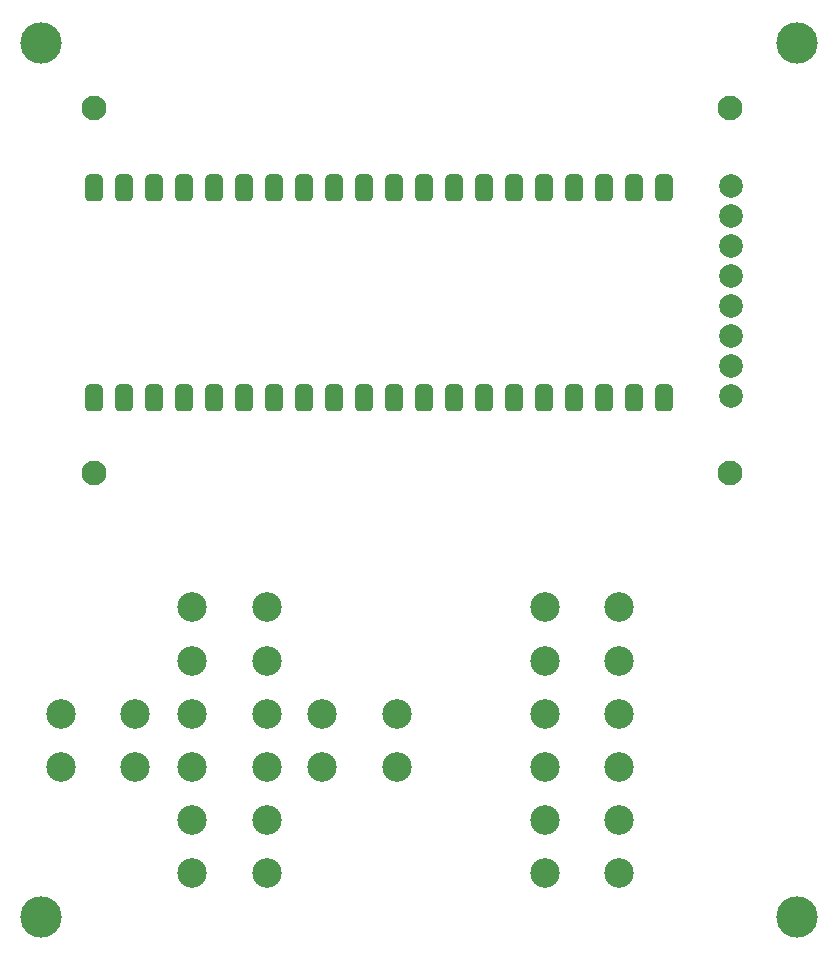
<source format=gbr>
%TF.GenerationSoftware,KiCad,Pcbnew,9.0.2*%
%TF.CreationDate,2025-07-03T12:37:51-06:00*%
%TF.ProjectId,seedsigner-luckfox-shipit,73656564-7369-4676-9e65-722d6c75636b,rev?*%
%TF.SameCoordinates,Original*%
%TF.FileFunction,Soldermask,Bot*%
%TF.FilePolarity,Negative*%
%FSLAX46Y46*%
G04 Gerber Fmt 4.6, Leading zero omitted, Abs format (unit mm)*
G04 Created by KiCad (PCBNEW 9.0.2) date 2025-07-03 12:37:51*
%MOMM*%
%LPD*%
G01*
G04 APERTURE LIST*
G04 Aperture macros list*
%AMRoundRect*
0 Rectangle with rounded corners*
0 $1 Rounding radius*
0 $2 $3 $4 $5 $6 $7 $8 $9 X,Y pos of 4 corners*
0 Add a 4 corners polygon primitive as box body*
4,1,4,$2,$3,$4,$5,$6,$7,$8,$9,$2,$3,0*
0 Add four circle primitives for the rounded corners*
1,1,$1+$1,$2,$3*
1,1,$1+$1,$4,$5*
1,1,$1+$1,$6,$7*
1,1,$1+$1,$8,$9*
0 Add four rect primitives between the rounded corners*
20,1,$1+$1,$2,$3,$4,$5,0*
20,1,$1+$1,$4,$5,$6,$7,0*
20,1,$1+$1,$6,$7,$8,$9,0*
20,1,$1+$1,$8,$9,$2,$3,0*%
G04 Aperture macros list end*
%ADD10C,2.100000*%
%ADD11C,2.000000*%
%ADD12C,2.500000*%
%ADD13C,3.500000*%
%ADD14RoundRect,0.381000X0.381000X-0.762000X0.381000X0.762000X-0.381000X0.762000X-0.381000X-0.762000X0*%
G04 APERTURE END LIST*
D10*
%TO.C,LCD1*%
X61350000Y-39400000D03*
X61350000Y-8500000D03*
X7500000Y-39400000D03*
X7500000Y-8500000D03*
D11*
X61450000Y-15060000D03*
X61450000Y-17600000D03*
X61450000Y-20140000D03*
X61450000Y-22680000D03*
X61450000Y-25220000D03*
X61450000Y-27760000D03*
X61450000Y-30300000D03*
X61450000Y-32840000D03*
%TD*%
D12*
%TO.C,SW1*%
X45700000Y-50750000D03*
X52000000Y-50750000D03*
X45700000Y-55250000D03*
X52000000Y-55250000D03*
%TD*%
%TO.C,SW6*%
X15850000Y-50750000D03*
X22150000Y-50750000D03*
X15850000Y-55250000D03*
X22150000Y-55250000D03*
%TD*%
%TO.C,SW8*%
X15850000Y-59750000D03*
X22150000Y-59750000D03*
X15850000Y-64250000D03*
X22150000Y-64250000D03*
%TD*%
%TO.C,SW3*%
X45700000Y-68750000D03*
X52000000Y-68750000D03*
X45700000Y-73250000D03*
X52000000Y-73250000D03*
%TD*%
D13*
%TO.C,H1*%
X3000000Y-3000000D03*
%TD*%
D12*
%TO.C,SW4*%
X4700000Y-59750000D03*
X11000000Y-59750000D03*
X4700000Y-64250000D03*
X11000000Y-64250000D03*
%TD*%
%TO.C,SW5*%
X26850000Y-59750000D03*
X33150000Y-59750000D03*
X26850000Y-64250000D03*
X33150000Y-64250000D03*
%TD*%
D13*
%TO.C,H4*%
X3000000Y-77000000D03*
%TD*%
D12*
%TO.C,SW7*%
X15850000Y-68750000D03*
X22150000Y-68750000D03*
X15850000Y-73250000D03*
X22150000Y-73250000D03*
%TD*%
D13*
%TO.C,H2*%
X67000000Y-3000000D03*
%TD*%
D12*
%TO.C,SW2*%
X45700000Y-59750000D03*
X52000000Y-59750000D03*
X45700000Y-64250000D03*
X52000000Y-64250000D03*
%TD*%
D13*
%TO.C,H3*%
X67000000Y-77000000D03*
%TD*%
D14*
%TO.C,U1*%
X55740000Y-33000000D03*
X53200000Y-33000000D03*
X50660000Y-33000000D03*
X48120000Y-33000000D03*
X45580000Y-33000000D03*
X43040000Y-33000000D03*
X40500000Y-33000000D03*
X37960000Y-33000000D03*
X35420000Y-33000000D03*
X32880000Y-33000000D03*
X30340000Y-33000000D03*
X27800000Y-33000000D03*
X25260000Y-33000000D03*
X22720000Y-33000000D03*
X20180000Y-33000000D03*
X17640000Y-33000000D03*
X15100000Y-33000000D03*
X12560000Y-33000000D03*
X10020000Y-33000000D03*
X7480000Y-33000000D03*
X7480000Y-15220000D03*
X10020000Y-15220000D03*
X12560000Y-15220000D03*
X15100000Y-15220000D03*
X17640000Y-15220000D03*
X20180000Y-15220000D03*
X22720000Y-15220000D03*
X25260000Y-15220000D03*
X27800000Y-15220000D03*
X30340000Y-15220000D03*
X32880000Y-15220000D03*
X35420000Y-15220000D03*
X37960000Y-15220000D03*
X40500000Y-15220000D03*
X43040000Y-15220000D03*
X45580000Y-15220000D03*
X48120000Y-15220000D03*
X50660000Y-15220000D03*
X53200000Y-15220000D03*
X55740000Y-15220000D03*
%TD*%
M02*

</source>
